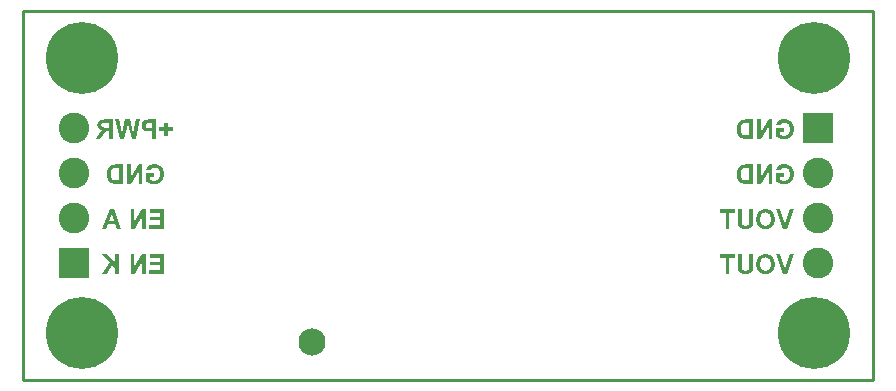
<source format=gbs>
G04*
G04 #@! TF.GenerationSoftware,Altium Limited,Altium Designer,19.0.14 (431)*
G04*
G04 Layer_Color=10517442*
%FSLAX25Y25*%
%MOIN*%
G70*
G01*
G75*
%ADD10C,0.01000*%
%ADD35C,0.10243*%
%ADD36R,0.10243X0.10243*%
%ADD37C,0.24022*%
%ADD38C,0.09061*%
G36*
X254718Y35500D02*
X253335D01*
X251036Y41906D01*
X252410D01*
X253984Y37166D01*
X255601Y41906D01*
X257000D01*
X254718Y35500D01*
D02*
G37*
G36*
X243439Y38482D02*
Y38291D01*
X243430Y38107D01*
Y37932D01*
X243422Y37774D01*
X243405Y37624D01*
X243397Y37491D01*
X243389Y37374D01*
X243372Y37266D01*
X243364Y37166D01*
X243355Y37083D01*
X243339Y37016D01*
X243331Y36958D01*
X243322Y36908D01*
Y36874D01*
X243314Y36858D01*
Y36849D01*
X243272Y36716D01*
X243222Y36583D01*
X243164Y36466D01*
X243106Y36358D01*
X243047Y36266D01*
X242997Y36200D01*
X242964Y36158D01*
X242956Y36141D01*
X242847Y36016D01*
X242722Y35908D01*
X242597Y35816D01*
X242481Y35742D01*
X242372Y35675D01*
X242281Y35633D01*
X242248Y35617D01*
X242223Y35600D01*
X242214Y35592D01*
X242206D01*
X242114Y35558D01*
X242006Y35525D01*
X241789Y35475D01*
X241556Y35433D01*
X241331Y35408D01*
X241223Y35400D01*
X241123Y35392D01*
X241031D01*
X240956Y35383D01*
X240807D01*
X240532Y35392D01*
X240290Y35417D01*
X240082Y35442D01*
X239990Y35458D01*
X239907Y35483D01*
X239832Y35500D01*
X239765Y35517D01*
X239707Y35533D01*
X239657Y35542D01*
X239624Y35558D01*
X239599Y35567D01*
X239582Y35575D01*
X239574D01*
X239407Y35650D01*
X239257Y35733D01*
X239124Y35825D01*
X239024Y35908D01*
X238932Y35975D01*
X238874Y36041D01*
X238832Y36075D01*
X238824Y36091D01*
X238724Y36225D01*
X238641Y36358D01*
X238574Y36491D01*
X238524Y36625D01*
X238482Y36733D01*
X238457Y36825D01*
X238441Y36858D01*
Y36883D01*
X238432Y36891D01*
Y36899D01*
X238416Y36999D01*
X238399Y37108D01*
X238383Y37233D01*
X238366Y37358D01*
X238349Y37633D01*
X238341Y37899D01*
X238333Y38024D01*
Y38141D01*
X238324Y38249D01*
Y38349D01*
Y38424D01*
Y38482D01*
Y38515D01*
Y38532D01*
Y41906D01*
X239615D01*
Y38357D01*
Y38216D01*
Y38091D01*
X239624Y37974D01*
Y37866D01*
X239632Y37766D01*
Y37674D01*
X239640Y37599D01*
Y37524D01*
X239649Y37466D01*
X239657Y37408D01*
Y37366D01*
X239665Y37333D01*
X239674Y37283D01*
Y37266D01*
X239707Y37149D01*
X239749Y37041D01*
X239807Y36949D01*
X239865Y36866D01*
X239924Y36808D01*
X239973Y36758D01*
X239999Y36724D01*
X240015Y36716D01*
X240132Y36641D01*
X240265Y36583D01*
X240407Y36550D01*
X240540Y36516D01*
X240656Y36500D01*
X240757Y36491D01*
X240848D01*
X241040Y36500D01*
X241206Y36525D01*
X241356Y36566D01*
X241481Y36608D01*
X241581Y36650D01*
X241648Y36691D01*
X241689Y36716D01*
X241706Y36724D01*
X241814Y36825D01*
X241898Y36924D01*
X241973Y37033D01*
X242023Y37133D01*
X242064Y37224D01*
X242089Y37291D01*
X242098Y37341D01*
X242106Y37349D01*
Y37358D01*
X242114Y37408D01*
X242123Y37474D01*
Y37549D01*
X242131Y37624D01*
X242139Y37807D01*
Y37982D01*
X242148Y38157D01*
Y38232D01*
Y38299D01*
Y38357D01*
Y38399D01*
Y38424D01*
Y38432D01*
Y41906D01*
X243439D01*
Y38482D01*
D02*
G37*
G36*
X237416Y40823D02*
X235517D01*
Y35500D01*
X234226D01*
Y40823D01*
X232335D01*
Y41906D01*
X237416D01*
Y40823D01*
D02*
G37*
G36*
X247837Y42014D02*
X248104Y41981D01*
X248337Y41939D01*
X248445Y41914D01*
X248537Y41897D01*
X248628Y41872D01*
X248703Y41848D01*
X248770Y41822D01*
X248828Y41806D01*
X248878Y41789D01*
X248912Y41772D01*
X248928Y41764D01*
X248937D01*
X249103Y41681D01*
X249253Y41589D01*
X249395Y41498D01*
X249520Y41398D01*
X249620Y41314D01*
X249695Y41248D01*
X249745Y41198D01*
X249753Y41189D01*
X249761Y41181D01*
X249894Y41031D01*
X250011Y40881D01*
X250111Y40740D01*
X250194Y40598D01*
X250261Y40481D01*
X250311Y40390D01*
X250328Y40356D01*
X250344Y40331D01*
X250353Y40315D01*
Y40306D01*
X250453Y40048D01*
X250519Y39765D01*
X250569Y39490D01*
X250611Y39232D01*
X250619Y39115D01*
X250628Y39007D01*
X250636Y38907D01*
Y38824D01*
X250644Y38749D01*
Y38699D01*
Y38665D01*
Y38657D01*
X250636Y38374D01*
X250611Y38116D01*
X250569Y37866D01*
X250511Y37633D01*
X250453Y37416D01*
X250378Y37224D01*
X250303Y37041D01*
X250219Y36883D01*
X250144Y36733D01*
X250069Y36608D01*
X249994Y36500D01*
X249936Y36408D01*
X249878Y36341D01*
X249836Y36291D01*
X249811Y36258D01*
X249803Y36250D01*
X249636Y36100D01*
X249461Y35967D01*
X249278Y35850D01*
X249095Y35750D01*
X248903Y35667D01*
X248720Y35592D01*
X248528Y35542D01*
X248354Y35492D01*
X248187Y35458D01*
X248029Y35433D01*
X247895Y35408D01*
X247770Y35400D01*
X247670Y35392D01*
X247604Y35383D01*
X247537D01*
X247279Y35392D01*
X247037Y35425D01*
X246804Y35467D01*
X246587Y35517D01*
X246388Y35583D01*
X246204Y35658D01*
X246038Y35742D01*
X245888Y35825D01*
X245746Y35900D01*
X245630Y35983D01*
X245530Y36058D01*
X245438Y36125D01*
X245371Y36175D01*
X245330Y36225D01*
X245296Y36250D01*
X245288Y36258D01*
X245138Y36433D01*
X245005Y36616D01*
X244897Y36808D01*
X244796Y37008D01*
X244713Y37208D01*
X244647Y37416D01*
X244588Y37607D01*
X244547Y37799D01*
X244513Y37982D01*
X244480Y38149D01*
X244463Y38299D01*
X244455Y38432D01*
X244447Y38540D01*
X244438Y38624D01*
Y38674D01*
Y38682D01*
Y38690D01*
X244447Y38974D01*
X244472Y39248D01*
X244513Y39498D01*
X244572Y39732D01*
X244638Y39957D01*
X244705Y40156D01*
X244780Y40340D01*
X244863Y40506D01*
X244938Y40648D01*
X245022Y40781D01*
X245088Y40889D01*
X245155Y40981D01*
X245213Y41048D01*
X245255Y41098D01*
X245280Y41131D01*
X245288Y41139D01*
X245455Y41298D01*
X245630Y41431D01*
X245813Y41548D01*
X245996Y41647D01*
X246188Y41739D01*
X246379Y41806D01*
X246563Y41864D01*
X246737Y41914D01*
X246904Y41947D01*
X247062Y41972D01*
X247196Y41997D01*
X247321Y42006D01*
X247421Y42014D01*
X247487Y42022D01*
X247554D01*
X247837Y42014D01*
D02*
G37*
G36*
X254718Y50500D02*
X253335D01*
X251036Y56906D01*
X252410D01*
X253984Y52166D01*
X255601Y56906D01*
X257000D01*
X254718Y50500D01*
D02*
G37*
G36*
X243439Y53482D02*
Y53290D01*
X243430Y53107D01*
Y52932D01*
X243422Y52774D01*
X243405Y52624D01*
X243397Y52491D01*
X243389Y52374D01*
X243372Y52266D01*
X243364Y52166D01*
X243355Y52083D01*
X243339Y52016D01*
X243331Y51958D01*
X243322Y51908D01*
Y51875D01*
X243314Y51858D01*
Y51850D01*
X243272Y51716D01*
X243222Y51583D01*
X243164Y51466D01*
X243106Y51358D01*
X243047Y51266D01*
X242997Y51200D01*
X242964Y51158D01*
X242956Y51141D01*
X242847Y51016D01*
X242722Y50908D01*
X242597Y50817D01*
X242481Y50742D01*
X242372Y50675D01*
X242281Y50633D01*
X242248Y50617D01*
X242223Y50600D01*
X242214Y50592D01*
X242206D01*
X242114Y50558D01*
X242006Y50525D01*
X241789Y50475D01*
X241556Y50433D01*
X241331Y50408D01*
X241223Y50400D01*
X241123Y50392D01*
X241031D01*
X240956Y50383D01*
X240807D01*
X240532Y50392D01*
X240290Y50417D01*
X240082Y50442D01*
X239990Y50458D01*
X239907Y50483D01*
X239832Y50500D01*
X239765Y50517D01*
X239707Y50533D01*
X239657Y50542D01*
X239624Y50558D01*
X239599Y50567D01*
X239582Y50575D01*
X239574D01*
X239407Y50650D01*
X239257Y50733D01*
X239124Y50825D01*
X239024Y50908D01*
X238932Y50975D01*
X238874Y51041D01*
X238832Y51075D01*
X238824Y51091D01*
X238724Y51225D01*
X238641Y51358D01*
X238574Y51491D01*
X238524Y51625D01*
X238482Y51733D01*
X238457Y51824D01*
X238441Y51858D01*
Y51883D01*
X238432Y51891D01*
Y51899D01*
X238416Y51999D01*
X238399Y52108D01*
X238383Y52233D01*
X238366Y52358D01*
X238349Y52632D01*
X238341Y52899D01*
X238333Y53024D01*
Y53141D01*
X238324Y53249D01*
Y53349D01*
Y53424D01*
Y53482D01*
Y53515D01*
Y53532D01*
Y56906D01*
X239615D01*
Y53357D01*
Y53216D01*
Y53091D01*
X239624Y52974D01*
Y52866D01*
X239632Y52766D01*
Y52674D01*
X239640Y52599D01*
Y52524D01*
X239649Y52466D01*
X239657Y52408D01*
Y52366D01*
X239665Y52333D01*
X239674Y52283D01*
Y52266D01*
X239707Y52149D01*
X239749Y52041D01*
X239807Y51949D01*
X239865Y51866D01*
X239924Y51808D01*
X239973Y51758D01*
X239999Y51724D01*
X240015Y51716D01*
X240132Y51641D01*
X240265Y51583D01*
X240407Y51550D01*
X240540Y51516D01*
X240656Y51500D01*
X240757Y51491D01*
X240848D01*
X241040Y51500D01*
X241206Y51525D01*
X241356Y51566D01*
X241481Y51608D01*
X241581Y51649D01*
X241648Y51691D01*
X241689Y51716D01*
X241706Y51724D01*
X241814Y51824D01*
X241898Y51924D01*
X241973Y52033D01*
X242023Y52133D01*
X242064Y52224D01*
X242089Y52291D01*
X242098Y52341D01*
X242106Y52349D01*
Y52358D01*
X242114Y52408D01*
X242123Y52474D01*
Y52549D01*
X242131Y52624D01*
X242139Y52807D01*
Y52982D01*
X242148Y53157D01*
Y53232D01*
Y53299D01*
Y53357D01*
Y53399D01*
Y53424D01*
Y53432D01*
Y56906D01*
X243439D01*
Y53482D01*
D02*
G37*
G36*
X237416Y55823D02*
X235517D01*
Y50500D01*
X234226D01*
Y55823D01*
X232335D01*
Y56906D01*
X237416D01*
Y55823D01*
D02*
G37*
G36*
X247837Y57014D02*
X248104Y56981D01*
X248337Y56939D01*
X248445Y56914D01*
X248537Y56897D01*
X248628Y56872D01*
X248703Y56848D01*
X248770Y56823D01*
X248828Y56806D01*
X248878Y56789D01*
X248912Y56773D01*
X248928Y56764D01*
X248937D01*
X249103Y56681D01*
X249253Y56589D01*
X249395Y56498D01*
X249520Y56398D01*
X249620Y56314D01*
X249695Y56248D01*
X249745Y56198D01*
X249753Y56189D01*
X249761Y56181D01*
X249894Y56031D01*
X250011Y55881D01*
X250111Y55740D01*
X250194Y55598D01*
X250261Y55481D01*
X250311Y55390D01*
X250328Y55356D01*
X250344Y55331D01*
X250353Y55315D01*
Y55306D01*
X250453Y55048D01*
X250519Y54765D01*
X250569Y54490D01*
X250611Y54232D01*
X250619Y54115D01*
X250628Y54007D01*
X250636Y53907D01*
Y53824D01*
X250644Y53749D01*
Y53699D01*
Y53665D01*
Y53657D01*
X250636Y53374D01*
X250611Y53116D01*
X250569Y52866D01*
X250511Y52632D01*
X250453Y52416D01*
X250378Y52224D01*
X250303Y52041D01*
X250219Y51883D01*
X250144Y51733D01*
X250069Y51608D01*
X249994Y51500D01*
X249936Y51408D01*
X249878Y51341D01*
X249836Y51291D01*
X249811Y51258D01*
X249803Y51250D01*
X249636Y51100D01*
X249461Y50967D01*
X249278Y50850D01*
X249095Y50750D01*
X248903Y50667D01*
X248720Y50592D01*
X248528Y50542D01*
X248354Y50492D01*
X248187Y50458D01*
X248029Y50433D01*
X247895Y50408D01*
X247770Y50400D01*
X247670Y50392D01*
X247604Y50383D01*
X247537D01*
X247279Y50392D01*
X247037Y50425D01*
X246804Y50467D01*
X246587Y50517D01*
X246388Y50583D01*
X246204Y50658D01*
X246038Y50742D01*
X245888Y50825D01*
X245746Y50900D01*
X245630Y50983D01*
X245530Y51058D01*
X245438Y51125D01*
X245371Y51175D01*
X245330Y51225D01*
X245296Y51250D01*
X245288Y51258D01*
X245138Y51433D01*
X245005Y51616D01*
X244897Y51808D01*
X244796Y52008D01*
X244713Y52208D01*
X244647Y52416D01*
X244588Y52608D01*
X244547Y52799D01*
X244513Y52982D01*
X244480Y53149D01*
X244463Y53299D01*
X244455Y53432D01*
X244447Y53540D01*
X244438Y53624D01*
Y53674D01*
Y53682D01*
Y53690D01*
X244447Y53974D01*
X244472Y54248D01*
X244513Y54498D01*
X244572Y54732D01*
X244638Y54957D01*
X244705Y55156D01*
X244780Y55340D01*
X244863Y55506D01*
X244938Y55648D01*
X245022Y55781D01*
X245088Y55889D01*
X245155Y55981D01*
X245213Y56048D01*
X245255Y56098D01*
X245280Y56131D01*
X245288Y56139D01*
X245455Y56298D01*
X245630Y56431D01*
X245813Y56548D01*
X245996Y56647D01*
X246188Y56739D01*
X246379Y56806D01*
X246563Y56864D01*
X246737Y56914D01*
X246904Y56947D01*
X247062Y56972D01*
X247196Y56997D01*
X247321Y57006D01*
X247421Y57014D01*
X247487Y57022D01*
X247554D01*
X247837Y57014D01*
D02*
G37*
G36*
X37638Y80500D02*
X36230D01*
X34956Y85281D01*
X33690Y80500D01*
X32307D01*
X30758Y86906D01*
X32065D01*
X33040Y82424D01*
X34165Y86906D01*
X35697D01*
X36872Y82499D01*
X37830Y86906D01*
X39154D01*
X37638Y80500D01*
D02*
G37*
G36*
X48326Y84232D02*
X50000D01*
Y83082D01*
X48326D01*
Y81425D01*
X47209D01*
Y83082D01*
X45527D01*
Y84232D01*
X47209D01*
Y85890D01*
X48326D01*
Y84232D01*
D02*
G37*
G36*
X44494Y80500D02*
X43203D01*
Y82916D01*
X42203D01*
X42053Y82924D01*
X41912D01*
X41787Y82932D01*
X41662Y82941D01*
X41553Y82949D01*
X41453Y82957D01*
X41370Y82966D01*
X41287Y82974D01*
X41220Y82982D01*
X41162D01*
X41112Y82991D01*
X41079Y82999D01*
X41054Y83007D01*
X41029D01*
X40904Y83041D01*
X40779Y83082D01*
X40670Y83132D01*
X40570Y83182D01*
X40479Y83232D01*
X40420Y83274D01*
X40379Y83299D01*
X40362Y83307D01*
X40246Y83399D01*
X40137Y83507D01*
X40046Y83607D01*
X39962Y83715D01*
X39896Y83799D01*
X39854Y83874D01*
X39821Y83924D01*
X39812Y83932D01*
Y83940D01*
X39737Y84099D01*
X39687Y84265D01*
X39646Y84432D01*
X39621Y84590D01*
X39604Y84723D01*
Y84782D01*
X39596Y84832D01*
Y84873D01*
Y84907D01*
Y84923D01*
Y84932D01*
Y85073D01*
X39612Y85206D01*
X39654Y85448D01*
X39679Y85565D01*
X39713Y85665D01*
X39746Y85756D01*
X39779Y85848D01*
X39821Y85923D01*
X39854Y85989D01*
X39887Y86048D01*
X39912Y86098D01*
X39937Y86131D01*
X39954Y86156D01*
X39962Y86173D01*
X39971Y86181D01*
X40121Y86348D01*
X40271Y86481D01*
X40429Y86589D01*
X40570Y86673D01*
X40695Y86739D01*
X40754Y86756D01*
X40795Y86773D01*
X40837Y86789D01*
X40862Y86797D01*
X40879Y86806D01*
X40887D01*
X40962Y86822D01*
X41054Y86839D01*
X41162Y86856D01*
X41278Y86864D01*
X41528Y86881D01*
X41795Y86897D01*
X42037D01*
X42145Y86906D01*
X44494D01*
Y80500D01*
D02*
G37*
G36*
X30083D02*
X28792D01*
Y83174D01*
X28375D01*
X28242Y83166D01*
X28134Y83149D01*
X28042Y83141D01*
X27967Y83124D01*
X27926Y83107D01*
X27892Y83099D01*
X27884D01*
X27809Y83066D01*
X27734Y83024D01*
X27667Y82982D01*
X27609Y82941D01*
X27559Y82899D01*
X27526Y82866D01*
X27501Y82841D01*
X27492Y82832D01*
X27451Y82791D01*
X27409Y82741D01*
X27359Y82674D01*
X27309Y82608D01*
X27193Y82449D01*
X27084Y82291D01*
X26976Y82141D01*
X26934Y82074D01*
X26893Y82008D01*
X26859Y81958D01*
X26834Y81924D01*
X26818Y81899D01*
X26809Y81891D01*
X25876Y80500D01*
X24327D01*
X25110Y81749D01*
X25193Y81883D01*
X25277Y82008D01*
X25352Y82124D01*
X25418Y82224D01*
X25485Y82316D01*
X25551Y82399D01*
X25601Y82474D01*
X25651Y82541D01*
X25701Y82599D01*
X25743Y82649D01*
X25801Y82724D01*
X25835Y82766D01*
X25851Y82782D01*
X25960Y82891D01*
X26068Y82991D01*
X26184Y83082D01*
X26293Y83166D01*
X26393Y83232D01*
X26468Y83282D01*
X26526Y83315D01*
X26534Y83324D01*
X26543D01*
X26384Y83349D01*
X26243Y83382D01*
X26110Y83424D01*
X25985Y83465D01*
X25868Y83516D01*
X25768Y83565D01*
X25668Y83615D01*
X25585Y83665D01*
X25510Y83715D01*
X25443Y83765D01*
X25393Y83807D01*
X25352Y83840D01*
X25310Y83874D01*
X25285Y83899D01*
X25277Y83907D01*
X25268Y83915D01*
X25193Y84007D01*
X25127Y84099D01*
X25068Y84198D01*
X25018Y84298D01*
X24943Y84498D01*
X24893Y84690D01*
X24877Y84773D01*
X24868Y84857D01*
X24860Y84923D01*
X24852Y84990D01*
X24843Y85040D01*
Y85073D01*
Y85098D01*
Y85106D01*
X24852Y85315D01*
X24885Y85506D01*
X24935Y85673D01*
X24985Y85823D01*
X25035Y85948D01*
X25060Y85998D01*
X25085Y86039D01*
X25102Y86073D01*
X25118Y86098D01*
X25127Y86106D01*
Y86114D01*
X25243Y86264D01*
X25360Y86398D01*
X25485Y86506D01*
X25610Y86589D01*
X25710Y86656D01*
X25801Y86698D01*
X25835Y86714D01*
X25851Y86722D01*
X25868Y86731D01*
X25876D01*
X25968Y86764D01*
X26068Y86789D01*
X26184Y86814D01*
X26301Y86831D01*
X26551Y86864D01*
X26793Y86881D01*
X26909Y86889D01*
X27018Y86897D01*
X27117D01*
X27201Y86906D01*
X30083D01*
Y80500D01*
D02*
G37*
G36*
X32125Y35500D02*
X30834D01*
Y37433D01*
X29784Y38507D01*
X28018Y35500D01*
X26344D01*
X28893Y39415D01*
X26469Y41906D01*
X28210D01*
X30834Y39057D01*
Y41906D01*
X32125D01*
Y35500D01*
D02*
G37*
G36*
X41071D02*
X39872D01*
Y39690D01*
X37281Y35500D01*
X35982D01*
Y41906D01*
X37181D01*
Y37616D01*
X39822Y41906D01*
X41071D01*
Y35500D01*
D02*
G37*
G36*
X47035D02*
X42171D01*
Y36583D01*
X45744D01*
Y38324D01*
X42537D01*
Y39407D01*
X45744D01*
Y40823D01*
X42296D01*
Y41906D01*
X47035D01*
Y35500D01*
D02*
G37*
G36*
X41071Y50500D02*
X39872D01*
Y54690D01*
X37281Y50500D01*
X35982D01*
Y56906D01*
X37181D01*
Y52616D01*
X39822Y56906D01*
X41071D01*
Y50500D01*
D02*
G37*
G36*
X47035D02*
X42171D01*
Y51583D01*
X45744D01*
Y53324D01*
X42537D01*
Y54407D01*
X45744D01*
Y55823D01*
X42296D01*
Y56906D01*
X47035D01*
Y50500D01*
D02*
G37*
G36*
X32783D02*
X31417D01*
X30884Y51958D01*
X28326D01*
X27760Y50500D01*
X26352D01*
X28909Y56906D01*
X30292D01*
X32783Y50500D01*
D02*
G37*
G36*
X39847Y65500D02*
X38647D01*
Y69690D01*
X36057Y65500D01*
X34757D01*
Y71906D01*
X35956D01*
Y67616D01*
X38597Y71906D01*
X39847D01*
Y65500D01*
D02*
G37*
G36*
X44187Y72006D02*
X44345Y71989D01*
X44486Y71972D01*
X44620Y71947D01*
X44753Y71922D01*
X44861Y71889D01*
X44970Y71864D01*
X45070Y71831D01*
X45153Y71798D01*
X45219Y71772D01*
X45286Y71747D01*
X45328Y71731D01*
X45369Y71714D01*
X45386Y71697D01*
X45394D01*
X45544Y71614D01*
X45678Y71523D01*
X45811Y71431D01*
X45928Y71331D01*
X46036Y71231D01*
X46136Y71131D01*
X46227Y71039D01*
X46311Y70939D01*
X46386Y70848D01*
X46444Y70765D01*
X46494Y70690D01*
X46544Y70631D01*
X46577Y70573D01*
X46602Y70531D01*
X46611Y70506D01*
X46619Y70498D01*
X46694Y70348D01*
X46752Y70198D01*
X46810Y70048D01*
X46861Y69898D01*
X46935Y69598D01*
X46960Y69457D01*
X46985Y69323D01*
X47002Y69199D01*
X47010Y69082D01*
X47019Y68982D01*
X47027Y68890D01*
X47035Y68824D01*
Y68765D01*
Y68732D01*
Y68724D01*
X47027Y68549D01*
X47019Y68382D01*
X46977Y68066D01*
X46952Y67916D01*
X46919Y67774D01*
X46885Y67641D01*
X46844Y67516D01*
X46810Y67408D01*
X46777Y67308D01*
X46744Y67216D01*
X46719Y67149D01*
X46694Y67091D01*
X46677Y67041D01*
X46661Y67016D01*
Y67008D01*
X46586Y66866D01*
X46502Y66733D01*
X46419Y66608D01*
X46327Y66491D01*
X46236Y66383D01*
X46144Y66283D01*
X46053Y66191D01*
X45961Y66108D01*
X45878Y66041D01*
X45803Y65975D01*
X45728Y65925D01*
X45669Y65875D01*
X45611Y65842D01*
X45578Y65816D01*
X45553Y65808D01*
X45544Y65800D01*
X45403Y65725D01*
X45253Y65667D01*
X45103Y65608D01*
X44953Y65558D01*
X44661Y65483D01*
X44520Y65458D01*
X44387Y65433D01*
X44262Y65417D01*
X44145Y65408D01*
X44045Y65400D01*
X43953Y65392D01*
X43887Y65383D01*
X43787D01*
X43495Y65400D01*
X43212Y65433D01*
X42945Y65475D01*
X42820Y65508D01*
X42712Y65533D01*
X42604Y65558D01*
X42512Y65592D01*
X42429Y65617D01*
X42362Y65633D01*
X42304Y65658D01*
X42262Y65667D01*
X42237Y65683D01*
X42229D01*
X42087Y65742D01*
X41954Y65800D01*
X41829Y65858D01*
X41721Y65917D01*
X41613Y65975D01*
X41513Y66033D01*
X41429Y66091D01*
X41346Y66141D01*
X41279Y66191D01*
X41213Y66233D01*
X41163Y66275D01*
X41121Y66308D01*
X41088Y66333D01*
X41063Y66358D01*
X41054Y66366D01*
X41046Y66375D01*
Y68932D01*
X43837D01*
Y67849D01*
X42354D01*
Y67033D01*
X42471Y66949D01*
X42587Y66874D01*
X42712Y66816D01*
X42820Y66758D01*
X42920Y66708D01*
X42995Y66675D01*
X43045Y66658D01*
X43054Y66650D01*
X43062D01*
X43212Y66600D01*
X43362Y66558D01*
X43495Y66533D01*
X43620Y66508D01*
X43720Y66500D01*
X43803Y66491D01*
X43870D01*
X44020Y66500D01*
X44162Y66516D01*
X44295Y66541D01*
X44428Y66583D01*
X44545Y66624D01*
X44653Y66675D01*
X44753Y66724D01*
X44845Y66774D01*
X44928Y66825D01*
X44995Y66883D01*
X45061Y66924D01*
X45111Y66966D01*
X45153Y67008D01*
X45178Y67033D01*
X45195Y67049D01*
X45203Y67058D01*
X45294Y67174D01*
X45369Y67299D01*
X45436Y67433D01*
X45494Y67566D01*
X45536Y67707D01*
X45578Y67857D01*
X45636Y68132D01*
X45661Y68266D01*
X45678Y68382D01*
X45686Y68490D01*
X45694Y68590D01*
X45703Y68665D01*
Y68724D01*
Y68757D01*
Y68774D01*
X45694Y68965D01*
X45678Y69148D01*
X45653Y69315D01*
X45628Y69473D01*
X45586Y69615D01*
X45544Y69748D01*
X45503Y69865D01*
X45453Y69973D01*
X45403Y70065D01*
X45361Y70148D01*
X45319Y70215D01*
X45278Y70273D01*
X45253Y70315D01*
X45228Y70348D01*
X45211Y70365D01*
X45203Y70373D01*
X45103Y70465D01*
X45003Y70548D01*
X44895Y70623D01*
X44778Y70690D01*
X44670Y70740D01*
X44561Y70781D01*
X44345Y70848D01*
X44245Y70873D01*
X44153Y70890D01*
X44070Y70898D01*
X44003Y70906D01*
X43945Y70915D01*
X43862D01*
X43662Y70906D01*
X43479Y70873D01*
X43320Y70831D01*
X43179Y70781D01*
X43070Y70723D01*
X42995Y70681D01*
X42945Y70648D01*
X42929Y70640D01*
X42795Y70531D01*
X42687Y70406D01*
X42604Y70281D01*
X42529Y70165D01*
X42479Y70056D01*
X42437Y69973D01*
X42429Y69940D01*
X42421Y69923D01*
X42412Y69907D01*
Y69898D01*
X41129Y70140D01*
X41171Y70298D01*
X41221Y70448D01*
X41288Y70590D01*
X41346Y70723D01*
X41421Y70848D01*
X41496Y70956D01*
X41571Y71064D01*
X41638Y71156D01*
X41712Y71239D01*
X41779Y71314D01*
X41837Y71373D01*
X41896Y71423D01*
X41938Y71464D01*
X41971Y71489D01*
X41996Y71506D01*
X42004Y71514D01*
X42137Y71606D01*
X42279Y71681D01*
X42421Y71747D01*
X42579Y71806D01*
X42729Y71856D01*
X42887Y71897D01*
X43179Y71956D01*
X43320Y71981D01*
X43453Y71997D01*
X43562Y72006D01*
X43662Y72014D01*
X43745Y72022D01*
X43862D01*
X44187Y72006D01*
D02*
G37*
G36*
X33391Y65500D02*
X30959D01*
X30700Y65508D01*
X30475Y65525D01*
X30284Y65542D01*
X30200Y65558D01*
X30117Y65567D01*
X30051Y65583D01*
X29992Y65592D01*
X29934Y65600D01*
X29892Y65617D01*
X29859Y65625D01*
X29834D01*
X29826Y65633D01*
X29817D01*
X29609Y65708D01*
X29434Y65791D01*
X29276Y65875D01*
X29151Y65958D01*
X29043Y66033D01*
X28968Y66091D01*
X28926Y66125D01*
X28909Y66141D01*
X28751Y66316D01*
X28609Y66500D01*
X28493Y66691D01*
X28393Y66874D01*
X28318Y67033D01*
X28285Y67099D01*
X28260Y67158D01*
X28243Y67208D01*
X28226Y67241D01*
X28218Y67266D01*
Y67274D01*
X28151Y67499D01*
X28101Y67732D01*
X28068Y67957D01*
X28043Y68174D01*
X28035Y68274D01*
X28026Y68357D01*
Y68441D01*
X28018Y68507D01*
Y68565D01*
Y68607D01*
Y68632D01*
Y68640D01*
X28026Y68965D01*
X28035Y69115D01*
X28051Y69257D01*
X28068Y69390D01*
X28085Y69515D01*
X28110Y69632D01*
X28126Y69732D01*
X28143Y69823D01*
X28168Y69907D01*
X28185Y69981D01*
X28201Y70040D01*
X28218Y70090D01*
X28226Y70123D01*
X28235Y70140D01*
Y70148D01*
X28318Y70373D01*
X28418Y70573D01*
X28518Y70748D01*
X28618Y70898D01*
X28701Y71023D01*
X28743Y71073D01*
X28776Y71114D01*
X28801Y71148D01*
X28826Y71173D01*
X28834Y71181D01*
X28843Y71189D01*
X29001Y71339D01*
X29159Y71464D01*
X29326Y71564D01*
X29476Y71648D01*
X29609Y71706D01*
X29667Y71731D01*
X29717Y71747D01*
X29751Y71764D01*
X29784Y71772D01*
X29801Y71781D01*
X29809D01*
X29892Y71806D01*
X29984Y71823D01*
X30176Y71856D01*
X30384Y71873D01*
X30584Y71889D01*
X30675Y71897D01*
X30759D01*
X30834Y71906D01*
X33391D01*
Y65500D01*
D02*
G37*
G36*
X249811D02*
X248612D01*
Y69690D01*
X246021Y65500D01*
X244722D01*
Y71906D01*
X245921D01*
Y67616D01*
X248562Y71906D01*
X249811D01*
Y65500D01*
D02*
G37*
G36*
X254151Y72006D02*
X254309Y71989D01*
X254451Y71972D01*
X254584Y71947D01*
X254718Y71922D01*
X254826Y71889D01*
X254934Y71864D01*
X255034Y71831D01*
X255117Y71798D01*
X255184Y71772D01*
X255251Y71747D01*
X255292Y71731D01*
X255334Y71714D01*
X255351Y71697D01*
X255359D01*
X255509Y71614D01*
X255642Y71523D01*
X255775Y71431D01*
X255892Y71331D01*
X256000Y71231D01*
X256100Y71131D01*
X256192Y71039D01*
X256275Y70939D01*
X256350Y70848D01*
X256409Y70765D01*
X256459Y70690D01*
X256508Y70631D01*
X256542Y70573D01*
X256567Y70531D01*
X256575Y70506D01*
X256583Y70498D01*
X256659Y70348D01*
X256717Y70198D01*
X256775Y70048D01*
X256825Y69898D01*
X256900Y69598D01*
X256925Y69457D01*
X256950Y69323D01*
X256967Y69199D01*
X256975Y69082D01*
X256983Y68982D01*
X256992Y68890D01*
X257000Y68824D01*
Y68765D01*
Y68732D01*
Y68724D01*
X256992Y68549D01*
X256983Y68382D01*
X256942Y68066D01*
X256917Y67916D01*
X256883Y67774D01*
X256850Y67641D01*
X256808Y67516D01*
X256775Y67408D01*
X256742Y67308D01*
X256708Y67216D01*
X256683Y67149D01*
X256659Y67091D01*
X256642Y67041D01*
X256625Y67016D01*
Y67008D01*
X256550Y66866D01*
X256467Y66733D01*
X256384Y66608D01*
X256292Y66491D01*
X256200Y66383D01*
X256109Y66283D01*
X256017Y66191D01*
X255925Y66108D01*
X255842Y66041D01*
X255767Y65975D01*
X255692Y65925D01*
X255634Y65875D01*
X255576Y65842D01*
X255542Y65816D01*
X255517Y65808D01*
X255509Y65800D01*
X255367Y65725D01*
X255217Y65667D01*
X255067Y65608D01*
X254918Y65558D01*
X254626Y65483D01*
X254484Y65458D01*
X254351Y65433D01*
X254226Y65417D01*
X254110Y65408D01*
X254010Y65400D01*
X253918Y65392D01*
X253851Y65383D01*
X253751D01*
X253460Y65400D01*
X253176Y65433D01*
X252910Y65475D01*
X252785Y65508D01*
X252677Y65533D01*
X252568Y65558D01*
X252477Y65592D01*
X252394Y65617D01*
X252327Y65633D01*
X252269Y65658D01*
X252227Y65667D01*
X252202Y65683D01*
X252194D01*
X252052Y65742D01*
X251919Y65800D01*
X251794Y65858D01*
X251686Y65917D01*
X251577Y65975D01*
X251477Y66033D01*
X251394Y66091D01*
X251311Y66141D01*
X251244Y66191D01*
X251177Y66233D01*
X251127Y66275D01*
X251086Y66308D01*
X251052Y66333D01*
X251027Y66358D01*
X251019Y66366D01*
X251011Y66375D01*
Y68932D01*
X253801D01*
Y67849D01*
X252319D01*
Y67033D01*
X252435Y66949D01*
X252552Y66874D01*
X252677Y66816D01*
X252785Y66758D01*
X252885Y66708D01*
X252960Y66675D01*
X253010Y66658D01*
X253018Y66650D01*
X253027D01*
X253176Y66600D01*
X253327Y66558D01*
X253460Y66533D01*
X253585Y66508D01*
X253685Y66500D01*
X253768Y66491D01*
X253835D01*
X253984Y66500D01*
X254126Y66516D01*
X254259Y66541D01*
X254393Y66583D01*
X254509Y66624D01*
X254618Y66675D01*
X254718Y66724D01*
X254809Y66774D01*
X254892Y66825D01*
X254959Y66883D01*
X255026Y66924D01*
X255076Y66966D01*
X255117Y67008D01*
X255142Y67033D01*
X255159Y67049D01*
X255167Y67058D01*
X255259Y67174D01*
X255334Y67299D01*
X255401Y67433D01*
X255459Y67566D01*
X255501Y67707D01*
X255542Y67857D01*
X255601Y68132D01*
X255626Y68266D01*
X255642Y68382D01*
X255650Y68490D01*
X255659Y68590D01*
X255667Y68665D01*
Y68724D01*
Y68757D01*
Y68774D01*
X255659Y68965D01*
X255642Y69148D01*
X255617Y69315D01*
X255592Y69473D01*
X255551Y69615D01*
X255509Y69748D01*
X255467Y69865D01*
X255417Y69973D01*
X255367Y70065D01*
X255326Y70148D01*
X255284Y70215D01*
X255242Y70273D01*
X255217Y70315D01*
X255192Y70348D01*
X255176Y70365D01*
X255167Y70373D01*
X255067Y70465D01*
X254967Y70548D01*
X254859Y70623D01*
X254743Y70690D01*
X254634Y70740D01*
X254526Y70781D01*
X254309Y70848D01*
X254209Y70873D01*
X254118Y70890D01*
X254034Y70898D01*
X253968Y70906D01*
X253910Y70915D01*
X253826D01*
X253626Y70906D01*
X253443Y70873D01*
X253285Y70831D01*
X253143Y70781D01*
X253035Y70723D01*
X252960Y70681D01*
X252910Y70648D01*
X252893Y70640D01*
X252760Y70531D01*
X252652Y70406D01*
X252568Y70281D01*
X252494Y70165D01*
X252444Y70056D01*
X252402Y69973D01*
X252394Y69940D01*
X252385Y69923D01*
X252377Y69907D01*
Y69898D01*
X251094Y70140D01*
X251136Y70298D01*
X251186Y70448D01*
X251252Y70590D01*
X251311Y70723D01*
X251386Y70848D01*
X251461Y70956D01*
X251536Y71064D01*
X251602Y71156D01*
X251677Y71239D01*
X251744Y71314D01*
X251802Y71373D01*
X251860Y71423D01*
X251902Y71464D01*
X251935Y71489D01*
X251960Y71506D01*
X251969Y71514D01*
X252102Y71606D01*
X252244Y71681D01*
X252385Y71747D01*
X252543Y71806D01*
X252693Y71856D01*
X252852Y71897D01*
X253143Y71956D01*
X253285Y71981D01*
X253418Y71997D01*
X253526Y72006D01*
X253626Y72014D01*
X253710Y72022D01*
X253826D01*
X254151Y72006D01*
D02*
G37*
G36*
X243355Y65500D02*
X240923D01*
X240665Y65508D01*
X240440Y65525D01*
X240248Y65542D01*
X240165Y65558D01*
X240082Y65567D01*
X240015Y65583D01*
X239957Y65592D01*
X239898Y65600D01*
X239857Y65617D01*
X239824Y65625D01*
X239798D01*
X239790Y65633D01*
X239782D01*
X239574Y65708D01*
X239399Y65791D01*
X239240Y65875D01*
X239116Y65958D01*
X239007Y66033D01*
X238932Y66091D01*
X238891Y66125D01*
X238874Y66141D01*
X238716Y66316D01*
X238574Y66500D01*
X238457Y66691D01*
X238357Y66874D01*
X238282Y67033D01*
X238249Y67099D01*
X238224Y67158D01*
X238208Y67208D01*
X238191Y67241D01*
X238182Y67266D01*
Y67274D01*
X238116Y67499D01*
X238066Y67732D01*
X238033Y67957D01*
X238008Y68174D01*
X237999Y68274D01*
X237991Y68357D01*
Y68441D01*
X237983Y68507D01*
Y68565D01*
Y68607D01*
Y68632D01*
Y68640D01*
X237991Y68965D01*
X237999Y69115D01*
X238016Y69257D01*
X238033Y69390D01*
X238049Y69515D01*
X238074Y69632D01*
X238091Y69732D01*
X238108Y69823D01*
X238133Y69907D01*
X238149Y69981D01*
X238166Y70040D01*
X238182Y70090D01*
X238191Y70123D01*
X238199Y70140D01*
Y70148D01*
X238282Y70373D01*
X238383Y70573D01*
X238482Y70748D01*
X238582Y70898D01*
X238666Y71023D01*
X238707Y71073D01*
X238741Y71114D01*
X238766Y71148D01*
X238791Y71173D01*
X238799Y71181D01*
X238807Y71189D01*
X238966Y71339D01*
X239124Y71464D01*
X239290Y71564D01*
X239440Y71648D01*
X239574Y71706D01*
X239632Y71731D01*
X239682Y71747D01*
X239715Y71764D01*
X239749Y71772D01*
X239765Y71781D01*
X239774D01*
X239857Y71806D01*
X239949Y71823D01*
X240140Y71856D01*
X240348Y71873D01*
X240548Y71889D01*
X240640Y71897D01*
X240723D01*
X240798Y71906D01*
X243355D01*
Y65500D01*
D02*
G37*
G36*
X249811Y80500D02*
X248612D01*
Y84690D01*
X246021Y80500D01*
X244722D01*
Y86906D01*
X245921D01*
Y82616D01*
X248562Y86906D01*
X249811D01*
Y80500D01*
D02*
G37*
G36*
X254151Y87006D02*
X254309Y86989D01*
X254451Y86972D01*
X254584Y86947D01*
X254718Y86922D01*
X254826Y86889D01*
X254934Y86864D01*
X255034Y86831D01*
X255117Y86797D01*
X255184Y86773D01*
X255251Y86747D01*
X255292Y86731D01*
X255334Y86714D01*
X255351Y86698D01*
X255359D01*
X255509Y86614D01*
X255642Y86523D01*
X255775Y86431D01*
X255892Y86331D01*
X256000Y86231D01*
X256100Y86131D01*
X256192Y86039D01*
X256275Y85940D01*
X256350Y85848D01*
X256409Y85765D01*
X256459Y85690D01*
X256508Y85631D01*
X256542Y85573D01*
X256567Y85531D01*
X256575Y85506D01*
X256583Y85498D01*
X256659Y85348D01*
X256717Y85198D01*
X256775Y85048D01*
X256825Y84898D01*
X256900Y84598D01*
X256925Y84457D01*
X256950Y84324D01*
X256967Y84198D01*
X256975Y84082D01*
X256983Y83982D01*
X256992Y83890D01*
X257000Y83824D01*
Y83765D01*
Y83732D01*
Y83724D01*
X256992Y83549D01*
X256983Y83382D01*
X256942Y83066D01*
X256917Y82916D01*
X256883Y82774D01*
X256850Y82641D01*
X256808Y82516D01*
X256775Y82408D01*
X256742Y82308D01*
X256708Y82216D01*
X256683Y82149D01*
X256659Y82091D01*
X256642Y82041D01*
X256625Y82016D01*
Y82008D01*
X256550Y81866D01*
X256467Y81733D01*
X256384Y81608D01*
X256292Y81491D01*
X256200Y81383D01*
X256109Y81283D01*
X256017Y81191D01*
X255925Y81108D01*
X255842Y81041D01*
X255767Y80975D01*
X255692Y80925D01*
X255634Y80875D01*
X255576Y80841D01*
X255542Y80817D01*
X255517Y80808D01*
X255509Y80800D01*
X255367Y80725D01*
X255217Y80667D01*
X255067Y80608D01*
X254918Y80558D01*
X254626Y80483D01*
X254484Y80458D01*
X254351Y80433D01*
X254226Y80417D01*
X254110Y80408D01*
X254010Y80400D01*
X253918Y80392D01*
X253851Y80383D01*
X253751D01*
X253460Y80400D01*
X253176Y80433D01*
X252910Y80475D01*
X252785Y80508D01*
X252677Y80533D01*
X252568Y80558D01*
X252477Y80592D01*
X252394Y80617D01*
X252327Y80633D01*
X252269Y80658D01*
X252227Y80667D01*
X252202Y80683D01*
X252194D01*
X252052Y80742D01*
X251919Y80800D01*
X251794Y80858D01*
X251686Y80917D01*
X251577Y80975D01*
X251477Y81033D01*
X251394Y81091D01*
X251311Y81141D01*
X251244Y81191D01*
X251177Y81233D01*
X251127Y81275D01*
X251086Y81308D01*
X251052Y81333D01*
X251027Y81358D01*
X251019Y81366D01*
X251011Y81375D01*
Y83932D01*
X253801D01*
Y82849D01*
X252319D01*
Y82033D01*
X252435Y81949D01*
X252552Y81875D01*
X252677Y81816D01*
X252785Y81758D01*
X252885Y81708D01*
X252960Y81674D01*
X253010Y81658D01*
X253018Y81650D01*
X253027D01*
X253176Y81600D01*
X253327Y81558D01*
X253460Y81533D01*
X253585Y81508D01*
X253685Y81500D01*
X253768Y81491D01*
X253835D01*
X253984Y81500D01*
X254126Y81516D01*
X254259Y81541D01*
X254393Y81583D01*
X254509Y81625D01*
X254618Y81674D01*
X254718Y81725D01*
X254809Y81774D01*
X254892Y81824D01*
X254959Y81883D01*
X255026Y81924D01*
X255076Y81966D01*
X255117Y82008D01*
X255142Y82033D01*
X255159Y82049D01*
X255167Y82058D01*
X255259Y82174D01*
X255334Y82299D01*
X255401Y82433D01*
X255459Y82566D01*
X255501Y82707D01*
X255542Y82857D01*
X255601Y83132D01*
X255626Y83266D01*
X255642Y83382D01*
X255650Y83491D01*
X255659Y83590D01*
X255667Y83665D01*
Y83724D01*
Y83757D01*
Y83774D01*
X255659Y83965D01*
X255642Y84149D01*
X255617Y84315D01*
X255592Y84473D01*
X255551Y84615D01*
X255509Y84748D01*
X255467Y84865D01*
X255417Y84973D01*
X255367Y85065D01*
X255326Y85148D01*
X255284Y85215D01*
X255242Y85273D01*
X255217Y85315D01*
X255192Y85348D01*
X255176Y85365D01*
X255167Y85373D01*
X255067Y85465D01*
X254967Y85548D01*
X254859Y85623D01*
X254743Y85690D01*
X254634Y85740D01*
X254526Y85781D01*
X254309Y85848D01*
X254209Y85873D01*
X254118Y85890D01*
X254034Y85898D01*
X253968Y85906D01*
X253910Y85914D01*
X253826D01*
X253626Y85906D01*
X253443Y85873D01*
X253285Y85831D01*
X253143Y85781D01*
X253035Y85723D01*
X252960Y85681D01*
X252910Y85648D01*
X252893Y85640D01*
X252760Y85531D01*
X252652Y85406D01*
X252568Y85281D01*
X252494Y85165D01*
X252444Y85057D01*
X252402Y84973D01*
X252394Y84940D01*
X252385Y84923D01*
X252377Y84907D01*
Y84898D01*
X251094Y85140D01*
X251136Y85298D01*
X251186Y85448D01*
X251252Y85590D01*
X251311Y85723D01*
X251386Y85848D01*
X251461Y85956D01*
X251536Y86064D01*
X251602Y86156D01*
X251677Y86239D01*
X251744Y86314D01*
X251802Y86373D01*
X251860Y86423D01*
X251902Y86464D01*
X251935Y86489D01*
X251960Y86506D01*
X251969Y86514D01*
X252102Y86606D01*
X252244Y86681D01*
X252385Y86747D01*
X252543Y86806D01*
X252693Y86856D01*
X252852Y86897D01*
X253143Y86956D01*
X253285Y86981D01*
X253418Y86997D01*
X253526Y87006D01*
X253626Y87014D01*
X253710Y87022D01*
X253826D01*
X254151Y87006D01*
D02*
G37*
G36*
X243355Y80500D02*
X240923D01*
X240665Y80508D01*
X240440Y80525D01*
X240248Y80542D01*
X240165Y80558D01*
X240082Y80567D01*
X240015Y80583D01*
X239957Y80592D01*
X239898Y80600D01*
X239857Y80617D01*
X239824Y80625D01*
X239798D01*
X239790Y80633D01*
X239782D01*
X239574Y80708D01*
X239399Y80791D01*
X239240Y80875D01*
X239116Y80958D01*
X239007Y81033D01*
X238932Y81091D01*
X238891Y81125D01*
X238874Y81141D01*
X238716Y81316D01*
X238574Y81500D01*
X238457Y81691D01*
X238357Y81875D01*
X238282Y82033D01*
X238249Y82099D01*
X238224Y82158D01*
X238208Y82208D01*
X238191Y82241D01*
X238182Y82266D01*
Y82274D01*
X238116Y82499D01*
X238066Y82732D01*
X238033Y82957D01*
X238008Y83174D01*
X237999Y83274D01*
X237991Y83357D01*
Y83441D01*
X237983Y83507D01*
Y83565D01*
Y83607D01*
Y83632D01*
Y83640D01*
X237991Y83965D01*
X237999Y84115D01*
X238016Y84257D01*
X238033Y84390D01*
X238049Y84515D01*
X238074Y84632D01*
X238091Y84732D01*
X238108Y84823D01*
X238133Y84907D01*
X238149Y84982D01*
X238166Y85040D01*
X238182Y85090D01*
X238191Y85123D01*
X238199Y85140D01*
Y85148D01*
X238282Y85373D01*
X238383Y85573D01*
X238482Y85748D01*
X238582Y85898D01*
X238666Y86023D01*
X238707Y86073D01*
X238741Y86114D01*
X238766Y86148D01*
X238791Y86173D01*
X238799Y86181D01*
X238807Y86189D01*
X238966Y86339D01*
X239124Y86464D01*
X239290Y86564D01*
X239440Y86647D01*
X239574Y86706D01*
X239632Y86731D01*
X239682Y86747D01*
X239715Y86764D01*
X239749Y86773D01*
X239765Y86781D01*
X239774D01*
X239857Y86806D01*
X239949Y86822D01*
X240140Y86856D01*
X240348Y86873D01*
X240548Y86889D01*
X240640Y86897D01*
X240723D01*
X240798Y86906D01*
X243355D01*
Y80500D01*
D02*
G37*
%LPC*%
G36*
X247612Y40914D02*
X247537D01*
X247387Y40906D01*
X247254Y40889D01*
X247121Y40865D01*
X246996Y40831D01*
X246887Y40790D01*
X246779Y40740D01*
X246679Y40690D01*
X246596Y40640D01*
X246521Y40590D01*
X246446Y40540D01*
X246388Y40490D01*
X246346Y40448D01*
X246304Y40415D01*
X246279Y40390D01*
X246263Y40373D01*
X246254Y40365D01*
X246171Y40256D01*
X246096Y40140D01*
X246029Y40015D01*
X245971Y39882D01*
X245929Y39748D01*
X245888Y39607D01*
X245830Y39340D01*
X245813Y39215D01*
X245796Y39099D01*
X245788Y38999D01*
X245779Y38907D01*
X245771Y38832D01*
Y38774D01*
Y38740D01*
Y38724D01*
X245779Y38524D01*
X245796Y38332D01*
X245821Y38157D01*
X245846Y37991D01*
X245888Y37841D01*
X245929Y37707D01*
X245971Y37582D01*
X246021Y37466D01*
X246071Y37374D01*
X246113Y37283D01*
X246154Y37216D01*
X246196Y37158D01*
X246221Y37108D01*
X246246Y37074D01*
X246263Y37058D01*
X246271Y37049D01*
X246363Y36949D01*
X246463Y36866D01*
X246571Y36791D01*
X246679Y36724D01*
X246779Y36674D01*
X246887Y36625D01*
X247087Y36558D01*
X247179Y36541D01*
X247262Y36525D01*
X247345Y36508D01*
X247412Y36500D01*
X247462Y36491D01*
X247537D01*
X247679Y36500D01*
X247812Y36516D01*
X247945Y36541D01*
X248062Y36583D01*
X248179Y36625D01*
X248278Y36666D01*
X248378Y36716D01*
X248462Y36775D01*
X248545Y36825D01*
X248612Y36874D01*
X248670Y36916D01*
X248720Y36966D01*
X248762Y36999D01*
X248787Y37024D01*
X248803Y37041D01*
X248812Y37049D01*
X248903Y37158D01*
X248978Y37283D01*
X249045Y37416D01*
X249103Y37549D01*
X249145Y37683D01*
X249186Y37824D01*
X249245Y38091D01*
X249270Y38216D01*
X249286Y38332D01*
X249295Y38440D01*
X249303Y38532D01*
X249311Y38599D01*
Y38657D01*
Y38699D01*
Y38707D01*
X249303Y38907D01*
X249286Y39099D01*
X249270Y39274D01*
X249236Y39432D01*
X249203Y39582D01*
X249162Y39715D01*
X249112Y39840D01*
X249070Y39948D01*
X249028Y40048D01*
X248978Y40132D01*
X248937Y40207D01*
X248903Y40265D01*
X248870Y40306D01*
X248845Y40340D01*
X248837Y40356D01*
X248828Y40365D01*
X248737Y40465D01*
X248628Y40548D01*
X248528Y40623D01*
X248420Y40681D01*
X248312Y40740D01*
X248203Y40781D01*
X247995Y40848D01*
X247904Y40873D01*
X247812Y40889D01*
X247737Y40898D01*
X247670Y40906D01*
X247612Y40914D01*
D02*
G37*
G36*
Y55914D02*
X247537D01*
X247387Y55906D01*
X247254Y55889D01*
X247121Y55865D01*
X246996Y55831D01*
X246887Y55790D01*
X246779Y55740D01*
X246679Y55690D01*
X246596Y55640D01*
X246521Y55590D01*
X246446Y55540D01*
X246388Y55490D01*
X246346Y55448D01*
X246304Y55415D01*
X246279Y55390D01*
X246263Y55373D01*
X246254Y55365D01*
X246171Y55256D01*
X246096Y55140D01*
X246029Y55015D01*
X245971Y54882D01*
X245929Y54748D01*
X245888Y54607D01*
X245830Y54340D01*
X245813Y54215D01*
X245796Y54099D01*
X245788Y53999D01*
X245779Y53907D01*
X245771Y53832D01*
Y53774D01*
Y53740D01*
Y53724D01*
X245779Y53524D01*
X245796Y53332D01*
X245821Y53157D01*
X245846Y52991D01*
X245888Y52841D01*
X245929Y52707D01*
X245971Y52583D01*
X246021Y52466D01*
X246071Y52374D01*
X246113Y52283D01*
X246154Y52216D01*
X246196Y52158D01*
X246221Y52108D01*
X246246Y52074D01*
X246263Y52058D01*
X246271Y52049D01*
X246363Y51949D01*
X246463Y51866D01*
X246571Y51791D01*
X246679Y51724D01*
X246779Y51674D01*
X246887Y51625D01*
X247087Y51558D01*
X247179Y51541D01*
X247262Y51525D01*
X247345Y51508D01*
X247412Y51500D01*
X247462Y51491D01*
X247537D01*
X247679Y51500D01*
X247812Y51516D01*
X247945Y51541D01*
X248062Y51583D01*
X248179Y51625D01*
X248278Y51666D01*
X248378Y51716D01*
X248462Y51775D01*
X248545Y51824D01*
X248612Y51875D01*
X248670Y51916D01*
X248720Y51966D01*
X248762Y51999D01*
X248787Y52024D01*
X248803Y52041D01*
X248812Y52049D01*
X248903Y52158D01*
X248978Y52283D01*
X249045Y52416D01*
X249103Y52549D01*
X249145Y52683D01*
X249186Y52824D01*
X249245Y53091D01*
X249270Y53216D01*
X249286Y53332D01*
X249295Y53440D01*
X249303Y53532D01*
X249311Y53599D01*
Y53657D01*
Y53699D01*
Y53707D01*
X249303Y53907D01*
X249286Y54099D01*
X249270Y54273D01*
X249236Y54432D01*
X249203Y54582D01*
X249162Y54715D01*
X249112Y54840D01*
X249070Y54948D01*
X249028Y55048D01*
X248978Y55132D01*
X248937Y55206D01*
X248903Y55265D01*
X248870Y55306D01*
X248845Y55340D01*
X248837Y55356D01*
X248828Y55365D01*
X248737Y55465D01*
X248628Y55548D01*
X248528Y55623D01*
X248420Y55681D01*
X248312Y55740D01*
X248203Y55781D01*
X247995Y55848D01*
X247904Y55873D01*
X247812Y55889D01*
X247737Y55898D01*
X247670Y55906D01*
X247612Y55914D01*
D02*
G37*
G36*
X43203Y85823D02*
X42345D01*
X42236Y85814D01*
X42061D01*
X41987Y85806D01*
X41920D01*
X41853Y85798D01*
X41762Y85790D01*
X41703Y85781D01*
X41662Y85773D01*
X41653D01*
X41545Y85748D01*
X41445Y85706D01*
X41353Y85656D01*
X41278Y85606D01*
X41220Y85565D01*
X41170Y85523D01*
X41145Y85498D01*
X41137Y85490D01*
X41070Y85398D01*
X41020Y85306D01*
X40979Y85206D01*
X40954Y85115D01*
X40937Y85040D01*
X40929Y84973D01*
Y84932D01*
Y84915D01*
X40937Y84807D01*
X40954Y84715D01*
X40979Y84623D01*
X41004Y84548D01*
X41029Y84490D01*
X41054Y84448D01*
X41070Y84415D01*
X41079Y84407D01*
X41137Y84332D01*
X41203Y84273D01*
X41270Y84215D01*
X41337Y84174D01*
X41395Y84140D01*
X41445Y84115D01*
X41478Y84107D01*
X41487Y84099D01*
X41537Y84082D01*
X41603Y84065D01*
X41670Y84049D01*
X41753Y84040D01*
X41920Y84024D01*
X42086Y84015D01*
X42245Y84007D01*
X42320Y83999D01*
X43203D01*
Y85823D01*
D02*
G37*
G36*
X28792D02*
X27309D01*
X27218Y85814D01*
X27018D01*
X26976Y85806D01*
X26876D01*
X26851Y85798D01*
X26843D01*
X26734Y85773D01*
X26634Y85740D01*
X26551Y85698D01*
X26476Y85656D01*
X26426Y85615D01*
X26384Y85581D01*
X26360Y85556D01*
X26351Y85548D01*
X26293Y85465D01*
X26251Y85381D01*
X26218Y85298D01*
X26201Y85215D01*
X26184Y85140D01*
X26176Y85081D01*
Y85040D01*
Y85023D01*
X26184Y84923D01*
X26193Y84832D01*
X26218Y84748D01*
X26243Y84673D01*
X26268Y84615D01*
X26285Y84573D01*
X26301Y84548D01*
X26309Y84540D01*
X26360Y84473D01*
X26426Y84415D01*
X26484Y84373D01*
X26543Y84332D01*
X26593Y84307D01*
X26634Y84290D01*
X26668Y84273D01*
X26676D01*
X26726Y84257D01*
X26793Y84249D01*
X26868Y84240D01*
X26951Y84232D01*
X27143Y84215D01*
X27342Y84207D01*
X27526D01*
X27609Y84198D01*
X28792D01*
Y85823D01*
D02*
G37*
G36*
X29617Y55415D02*
X28734Y53041D01*
X30484D01*
X29617Y55415D01*
D02*
G37*
G36*
X32100Y70823D02*
X31242D01*
X31125Y70815D01*
X31017D01*
X30917Y70806D01*
X30834D01*
X30759Y70798D01*
X30692Y70789D01*
X30634Y70781D01*
X30584D01*
X30542Y70773D01*
X30509Y70765D01*
X30475Y70756D01*
X30459D01*
X30325Y70723D01*
X30209Y70681D01*
X30109Y70631D01*
X30017Y70581D01*
X29951Y70531D01*
X29901Y70490D01*
X29867Y70465D01*
X29859Y70456D01*
X29776Y70365D01*
X29701Y70265D01*
X29634Y70157D01*
X29584Y70056D01*
X29542Y69973D01*
X29509Y69898D01*
X29492Y69848D01*
X29484Y69840D01*
Y69832D01*
X29443Y69673D01*
X29409Y69490D01*
X29384Y69298D01*
X29368Y69115D01*
X29359Y68957D01*
X29351Y68882D01*
Y68824D01*
Y68774D01*
Y68732D01*
Y68707D01*
Y68699D01*
X29359Y68432D01*
X29368Y68199D01*
X29392Y67999D01*
X29401Y67916D01*
X29417Y67832D01*
X29426Y67766D01*
X29443Y67699D01*
X29451Y67649D01*
X29459Y67607D01*
X29467Y67566D01*
X29476Y67541D01*
X29484Y67532D01*
Y67524D01*
X29534Y67374D01*
X29592Y67241D01*
X29651Y67133D01*
X29701Y67049D01*
X29751Y66983D01*
X29792Y66933D01*
X29817Y66908D01*
X29826Y66899D01*
X29909Y66833D01*
X29992Y66783D01*
X30084Y66741D01*
X30167Y66699D01*
X30242Y66675D01*
X30301Y66658D01*
X30334Y66641D01*
X30350D01*
X30450Y66624D01*
X30575Y66608D01*
X30700Y66600D01*
X30834Y66591D01*
X30950Y66583D01*
X32100D01*
Y70823D01*
D02*
G37*
G36*
X242064D02*
X241206D01*
X241090Y70815D01*
X240981D01*
X240881Y70806D01*
X240798D01*
X240723Y70798D01*
X240656Y70789D01*
X240598Y70781D01*
X240548D01*
X240507Y70773D01*
X240473Y70765D01*
X240440Y70756D01*
X240423D01*
X240290Y70723D01*
X240173Y70681D01*
X240073Y70631D01*
X239982Y70581D01*
X239915Y70531D01*
X239865Y70490D01*
X239832Y70465D01*
X239824Y70456D01*
X239740Y70365D01*
X239665Y70265D01*
X239599Y70157D01*
X239549Y70056D01*
X239507Y69973D01*
X239474Y69898D01*
X239457Y69848D01*
X239449Y69840D01*
Y69832D01*
X239407Y69673D01*
X239374Y69490D01*
X239349Y69298D01*
X239332Y69115D01*
X239324Y68957D01*
X239315Y68882D01*
Y68824D01*
Y68774D01*
Y68732D01*
Y68707D01*
Y68699D01*
X239324Y68432D01*
X239332Y68199D01*
X239357Y67999D01*
X239365Y67916D01*
X239382Y67832D01*
X239390Y67766D01*
X239407Y67699D01*
X239415Y67649D01*
X239424Y67607D01*
X239432Y67566D01*
X239440Y67541D01*
X239449Y67532D01*
Y67524D01*
X239499Y67374D01*
X239557Y67241D01*
X239615Y67133D01*
X239665Y67049D01*
X239715Y66983D01*
X239757Y66933D01*
X239782Y66908D01*
X239790Y66899D01*
X239874Y66833D01*
X239957Y66783D01*
X240049Y66741D01*
X240132Y66699D01*
X240207Y66675D01*
X240265Y66658D01*
X240298Y66641D01*
X240315D01*
X240415Y66624D01*
X240540Y66608D01*
X240665Y66600D01*
X240798Y66591D01*
X240915Y66583D01*
X242064D01*
Y70823D01*
D02*
G37*
G36*
Y85823D02*
X241206D01*
X241090Y85814D01*
X240981D01*
X240881Y85806D01*
X240798D01*
X240723Y85798D01*
X240656Y85790D01*
X240598Y85781D01*
X240548D01*
X240507Y85773D01*
X240473Y85765D01*
X240440Y85756D01*
X240423D01*
X240290Y85723D01*
X240173Y85681D01*
X240073Y85631D01*
X239982Y85581D01*
X239915Y85531D01*
X239865Y85490D01*
X239832Y85465D01*
X239824Y85456D01*
X239740Y85365D01*
X239665Y85265D01*
X239599Y85157D01*
X239549Y85057D01*
X239507Y84973D01*
X239474Y84898D01*
X239457Y84848D01*
X239449Y84840D01*
Y84832D01*
X239407Y84673D01*
X239374Y84490D01*
X239349Y84298D01*
X239332Y84115D01*
X239324Y83957D01*
X239315Y83882D01*
Y83824D01*
Y83774D01*
Y83732D01*
Y83707D01*
Y83699D01*
X239324Y83432D01*
X239332Y83199D01*
X239357Y82999D01*
X239365Y82916D01*
X239382Y82832D01*
X239390Y82766D01*
X239407Y82699D01*
X239415Y82649D01*
X239424Y82608D01*
X239432Y82566D01*
X239440Y82541D01*
X239449Y82533D01*
Y82524D01*
X239499Y82374D01*
X239557Y82241D01*
X239615Y82133D01*
X239665Y82049D01*
X239715Y81983D01*
X239757Y81933D01*
X239782Y81908D01*
X239790Y81899D01*
X239874Y81833D01*
X239957Y81783D01*
X240049Y81741D01*
X240132Y81700D01*
X240207Y81674D01*
X240265Y81658D01*
X240298Y81641D01*
X240315D01*
X240415Y81625D01*
X240540Y81608D01*
X240665Y81600D01*
X240798Y81591D01*
X240915Y81583D01*
X242064D01*
Y85823D01*
D02*
G37*
%LPD*%
D10*
X-0Y123031D02*
X283465D01*
X283465D02*
X283465Y0D01*
X0D02*
X283465D01*
X-0Y123031D02*
X0Y0D01*
D35*
X17100Y84019D02*
D03*
Y69019D02*
D03*
Y54019D02*
D03*
X264965Y38900D02*
D03*
Y53900D02*
D03*
Y68900D02*
D03*
D36*
X17100Y39019D02*
D03*
X264965Y83900D02*
D03*
D37*
X19685Y15748D02*
D03*
Y107283D02*
D03*
X263779Y107283D02*
D03*
X263779Y15748D02*
D03*
D38*
X96300Y12850D02*
D03*
M02*

</source>
